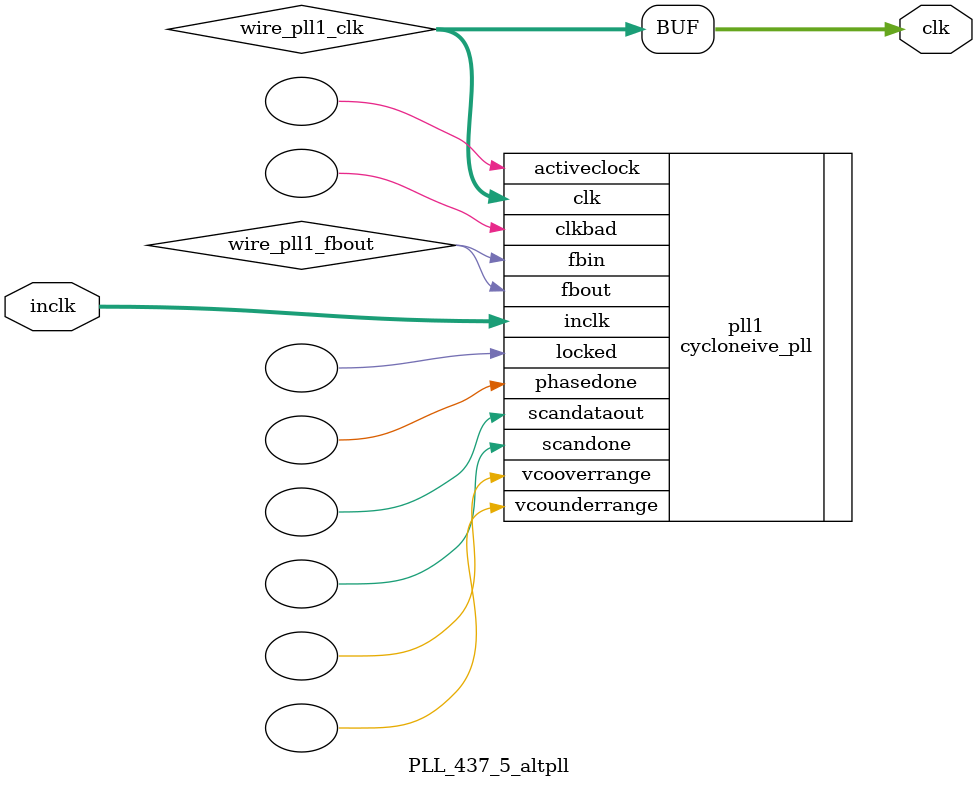
<source format=v>






//synthesis_resources = cycloneive_pll 1 
//synopsys translate_off
`timescale 1 ps / 1 ps
//synopsys translate_on
module  PLL_437_5_altpll
	( 
	clk,
	inclk) /* synthesis synthesis_clearbox=1 */;
	output   [4:0]  clk;
	input   [1:0]  inclk;
`ifndef ALTERA_RESERVED_QIS
// synopsys translate_off
`endif
	tri0   [1:0]  inclk;
`ifndef ALTERA_RESERVED_QIS
// synopsys translate_on
`endif

	wire  [4:0]   wire_pll1_clk;
	wire  wire_pll1_fbout;

	cycloneive_pll   pll1
	( 
	.activeclock(),
	.clk(wire_pll1_clk),
	.clkbad(),
	.fbin(wire_pll1_fbout),
	.fbout(wire_pll1_fbout),
	.inclk(inclk),
	.locked(),
	.phasedone(),
	.scandataout(),
	.scandone(),
	.vcooverrange(),
	.vcounderrange()
	`ifndef FORMAL_VERIFICATION
	// synopsys translate_off
	`endif
	,
	.areset(1'b0),
	.clkswitch(1'b0),
	.configupdate(1'b0),
	.pfdena(1'b1),
	.phasecounterselect({3{1'b0}}),
	.phasestep(1'b0),
	.phaseupdown(1'b0),
	.scanclk(1'b0),
	.scanclkena(1'b1),
	.scandata(1'b0)
	`ifndef FORMAL_VERIFICATION
	// synopsys translate_on
	`endif
	);
	defparam
		pll1.bandwidth_type = "auto",
		pll1.clk0_divide_by = 4,
		pll1.clk0_duty_cycle = 50,
		pll1.clk0_multiply_by = 35,
		pll1.clk0_phase_shift = "0",
		pll1.compensate_clock = "clk0",
		pll1.inclk0_input_frequency = 20000,
		pll1.operation_mode = "normal",
		pll1.pll_type = "auto",
		pll1.lpm_type = "cycloneive_pll";
	assign
		clk = {wire_pll1_clk[4:0]};
endmodule //PLL_437_5_altpll
//VALID FILE

</source>
